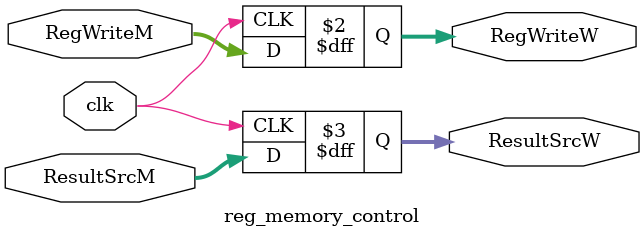
<source format=sv>
/*
	Function: Control Unit Pipeline Register for Memory Access - WriteBack Stage
*/

module reg_memory_control #(
    parameter DATA_WIDTH =32
)(  
    input logic                    clk,     
    input logic [2:0]              RegWriteM,
    input logic [1:0]              ResultSrcM,

    output logic [2:0]              RegWriteW,
    output logic [1:0]              ResultSrcW
    );

    always_ff @(posedge clk) begin
        RegWriteW   <=      RegWriteM;
        ResultSrcW  <=      ResultSrcM;
    end

endmodule

</source>
